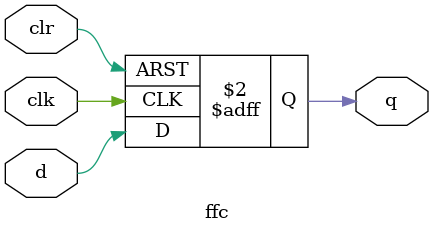
<source format=v>
/************************************************
  The Verilog HDL code example is from the book
  Computer Principles and Design in Verilog HDL
  by Yamin Li, published by A JOHN WILEY & SONS
************************************************/
module fifo4 (clr, write, din, read, dout, full, empty);
    input        clr;
    input        write;
    input  [7:0] din;
    input        read;
    output [7:0] dout;
    output       full;
    output       empty;
    wire         clk1, clk2, clk3, clk4;
    wire   [7:0] d12,  d23,  d34;
    wire         q1,   q2,   q3;
    wire         qn1,  qn2,  qn3,  qn4;
    wire         write_n;
    wire         pulse;
    ff8    r1 (clk1, din, d12);
    ff8    r2 (clk2, d12, d23);
    ff8    r3 (clk3, d23, d34);
    ff8    r4 (clk4, d34, dout);
    latch  f1 (clr, clk1, clk2, q1, qn1);
    latch  f2 (clr, clk2, clk3, q2, qn2);
    latch  f3 (clr, clk3, clk4, q3, qn3);
    latch  f4 (clr, clk4, read, q4, qn4);
    ffc    fc (write, clk1 | clr, ~clr, pulse);
    and #1 a1 (clk1, pulse, qn1);
    and #1 a2 (clk2, q1,    qn2);
    and #1 a3 (clk3, q2,    qn3);
    and #1 a4 (clk4, q3,    qn4, ~read);
    assign full  =  q1;
    assign empty = qn4;
endmodule

module latch (clr, s, r, q, qn);
    input  clr;
    input  s;
    input  r;
    output q;
    output qn;
    nor nor1 (q,  r, clr, qn);
    nor nor2 (qn, s, q);
endmodule

module ff8 (clk, d, q);
    input        clk;
    input  [7:0] d;
    output [7:0] q;
    reg    [7:0] q;
    always @ (posedge clk)
        q <= d;
endmodule

module ffc (clk, clr, d, q);
    input  clk, clr;
    input  d;
    output q;
    reg    q;
    always @ (posedge clk or posedge clr)
        if (clr) q <= 0;
        else     q <= d;
endmodule

</source>
